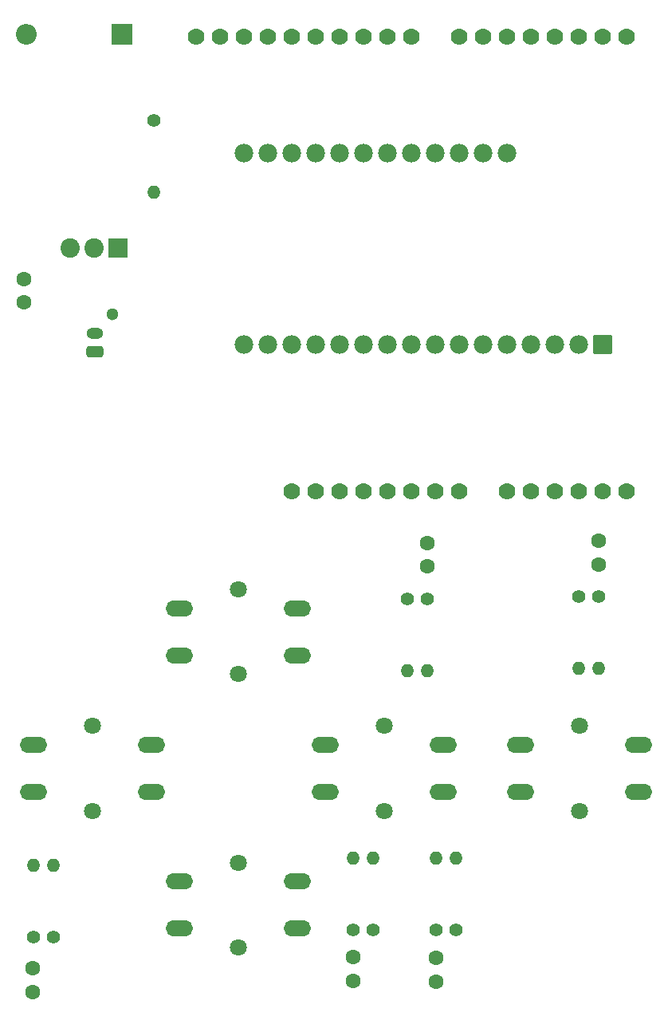
<source format=gbr>
%TF.GenerationSoftware,KiCad,Pcbnew,8.0.1*%
%TF.CreationDate,2024-05-06T19:00:19+02:00*%
%TF.ProjectId,teamagotchi,7465616d-6167-46f7-9463-68692e6b6963,rev?*%
%TF.SameCoordinates,Original*%
%TF.FileFunction,Soldermask,Top*%
%TF.FilePolarity,Negative*%
%FSLAX46Y46*%
G04 Gerber Fmt 4.6, Leading zero omitted, Abs format (unit mm)*
G04 Created by KiCad (PCBNEW 8.0.1) date 2024-05-06 19:00:19*
%MOMM*%
%LPD*%
G01*
G04 APERTURE LIST*
G04 Aperture macros list*
%AMRoundRect*
0 Rectangle with rounded corners*
0 $1 Rounding radius*
0 $2 $3 $4 $5 $6 $7 $8 $9 X,Y pos of 4 corners*
0 Add a 4 corners polygon primitive as box body*
4,1,4,$2,$3,$4,$5,$6,$7,$8,$9,$2,$3,0*
0 Add four circle primitives for the rounded corners*
1,1,$1+$1,$2,$3*
1,1,$1+$1,$4,$5*
1,1,$1+$1,$6,$7*
1,1,$1+$1,$8,$9*
0 Add four rect primitives between the rounded corners*
20,1,$1+$1,$2,$3,$4,$5,0*
20,1,$1+$1,$4,$5,$6,$7,0*
20,1,$1+$1,$6,$7,$8,$9,0*
20,1,$1+$1,$8,$9,$2,$3,0*%
G04 Aperture macros list end*
%ADD10C,1.778000*%
%ADD11C,1.800000*%
%ADD12O,2.900000X1.700000*%
%ADD13C,1.400000*%
%ADD14O,1.400000X1.400000*%
%ADD15C,1.600000*%
%ADD16RoundRect,0.102000X0.925000X0.925000X-0.925000X0.925000X-0.925000X-0.925000X0.925000X-0.925000X0*%
%ADD17C,2.054000*%
%ADD18R,2.200000X2.200000*%
%ADD19O,2.200000X2.200000*%
%ADD20RoundRect,0.102000X0.889000X-0.889000X0.889000X0.889000X-0.889000X0.889000X-0.889000X-0.889000X0*%
%ADD21C,1.982000*%
%ADD22C,1.300000*%
%ADD23RoundRect,0.250000X0.650000X-0.350000X0.650000X0.350000X-0.650000X0.350000X-0.650000X-0.350000X0*%
%ADD24O,1.800000X1.200000*%
G04 APERTURE END LIST*
D10*
%TO.C,TFT1*%
X152480000Y-99866000D03*
X144860000Y-99866000D03*
X147400000Y-99866000D03*
X155020000Y-99866000D03*
X157560000Y-99866000D03*
X177880000Y-99866000D03*
X175340000Y-99866000D03*
X172800000Y-99866000D03*
X170260000Y-99866000D03*
X167720000Y-99866000D03*
X165180000Y-99866000D03*
X160100000Y-99866000D03*
X132160000Y-51606000D03*
X134700000Y-51606000D03*
X137240000Y-51606000D03*
X139780000Y-51606000D03*
X142320000Y-51606000D03*
X144860000Y-51606000D03*
X147400000Y-51606000D03*
X149940000Y-51606000D03*
X152480000Y-51606000D03*
X155020000Y-51606000D03*
X160100000Y-51606000D03*
X162640000Y-51606000D03*
X165180000Y-51606000D03*
X167720000Y-51606000D03*
X170260000Y-51606000D03*
X172800000Y-51606000D03*
X175340000Y-51606000D03*
X177880000Y-51606000D03*
X149940000Y-99866000D03*
X142320000Y-99866000D03*
%TD*%
D11*
%TO.C,SW4*%
X121110000Y-124806000D03*
X121110000Y-133806000D03*
D12*
X114860000Y-126806000D03*
X127360000Y-126806000D03*
X114860000Y-131806000D03*
X127360000Y-131806000D03*
%TD*%
D13*
%TO.C,R6*%
X159760000Y-146416000D03*
D14*
X159760000Y-138796000D03*
%TD*%
%TO.C,R4*%
X154560000Y-118906000D03*
D13*
X154560000Y-111286000D03*
%TD*%
%TO.C,R12*%
X127660000Y-60486000D03*
D14*
X127660000Y-68106000D03*
%TD*%
D13*
%TO.C,R10*%
X150960000Y-146426000D03*
D14*
X150960000Y-138806000D03*
%TD*%
D13*
%TO.C,R9*%
X148860000Y-146426000D03*
D14*
X148860000Y-138806000D03*
%TD*%
D13*
%TO.C,R8*%
X116960000Y-147226000D03*
D14*
X116960000Y-139606000D03*
%TD*%
D13*
%TO.C,R7*%
X114860000Y-147216000D03*
D14*
X114860000Y-139596000D03*
%TD*%
D11*
%TO.C,SW2*%
X136610000Y-110306000D03*
X136610000Y-119306000D03*
D12*
X130360000Y-112306000D03*
X142860000Y-112306000D03*
X130360000Y-117306000D03*
X142860000Y-117306000D03*
%TD*%
D15*
%TO.C,C6*%
X148860000Y-151856000D03*
X148860000Y-149356000D03*
%TD*%
%TO.C,C5*%
X114760000Y-153056000D03*
X114760000Y-150556000D03*
%TD*%
%TO.C,C4*%
X157660000Y-151956000D03*
X157660000Y-149456000D03*
%TD*%
%TO.C,C3*%
X156660000Y-107856000D03*
X156660000Y-105356000D03*
%TD*%
%TO.C,C2*%
X174860000Y-105146000D03*
X174860000Y-107646000D03*
%TD*%
D11*
%TO.C,SW5*%
X136610000Y-139306000D03*
X136610000Y-148306000D03*
D12*
X130360000Y-141306000D03*
X142860000Y-141306000D03*
X130360000Y-146306000D03*
X142860000Y-146306000D03*
%TD*%
D16*
%TO.C,Q2*%
X123860000Y-74106000D03*
D17*
X121320000Y-74106000D03*
X118780000Y-74106000D03*
%TD*%
D14*
%TO.C,R3*%
X156660000Y-118906000D03*
D13*
X156660000Y-111286000D03*
%TD*%
D11*
%TO.C,SW3*%
X152110000Y-124806000D03*
X152110000Y-133806000D03*
D12*
X145860000Y-126806000D03*
X158360000Y-126806000D03*
X145860000Y-131806000D03*
X158360000Y-131806000D03*
%TD*%
%TO.C,SW1*%
X179110000Y-131806000D03*
X166610000Y-131806000D03*
X179110000Y-126806000D03*
X166610000Y-126806000D03*
D11*
X172860000Y-133806000D03*
X172860000Y-124806000D03*
%TD*%
D13*
%TO.C,R2*%
X172760000Y-111086000D03*
D14*
X172760000Y-118706000D03*
%TD*%
D13*
%TO.C,R1*%
X174860000Y-111086000D03*
D14*
X174860000Y-118706000D03*
%TD*%
D13*
%TO.C,R5*%
X157660000Y-146416000D03*
D14*
X157660000Y-138796000D03*
%TD*%
D18*
%TO.C,D1*%
X124260000Y-51406000D03*
D19*
X114100000Y-51406000D03*
%TD*%
D20*
%TO.C,U1*%
X175300000Y-84326000D03*
D21*
X172760000Y-84326000D03*
X170220000Y-84326000D03*
X167680000Y-84326000D03*
X165140000Y-84326000D03*
X162600000Y-84326000D03*
X160060000Y-84326000D03*
X157520000Y-84326000D03*
X154980000Y-84326000D03*
X152440000Y-84326000D03*
X149900000Y-84326000D03*
X147360000Y-84326000D03*
X144820000Y-84326000D03*
X142280000Y-84326000D03*
X139740000Y-84326000D03*
X137200000Y-84326000D03*
X137200000Y-64006000D03*
X139740000Y-64006000D03*
X142280000Y-64006000D03*
X144820000Y-64006000D03*
X147360000Y-64006000D03*
X149900000Y-64006000D03*
X152440000Y-64006000D03*
X154980000Y-64006000D03*
X157520000Y-64006000D03*
X160060000Y-64006000D03*
X162600000Y-64006000D03*
X165140000Y-64006000D03*
%TD*%
D22*
%TO.C,M1*%
X123260000Y-81106000D03*
D23*
X121360000Y-85106000D03*
D24*
X121360000Y-83106000D03*
%TD*%
D15*
%TO.C,C1*%
X113860000Y-79856000D03*
X113860000Y-77356000D03*
%TD*%
M02*

</source>
